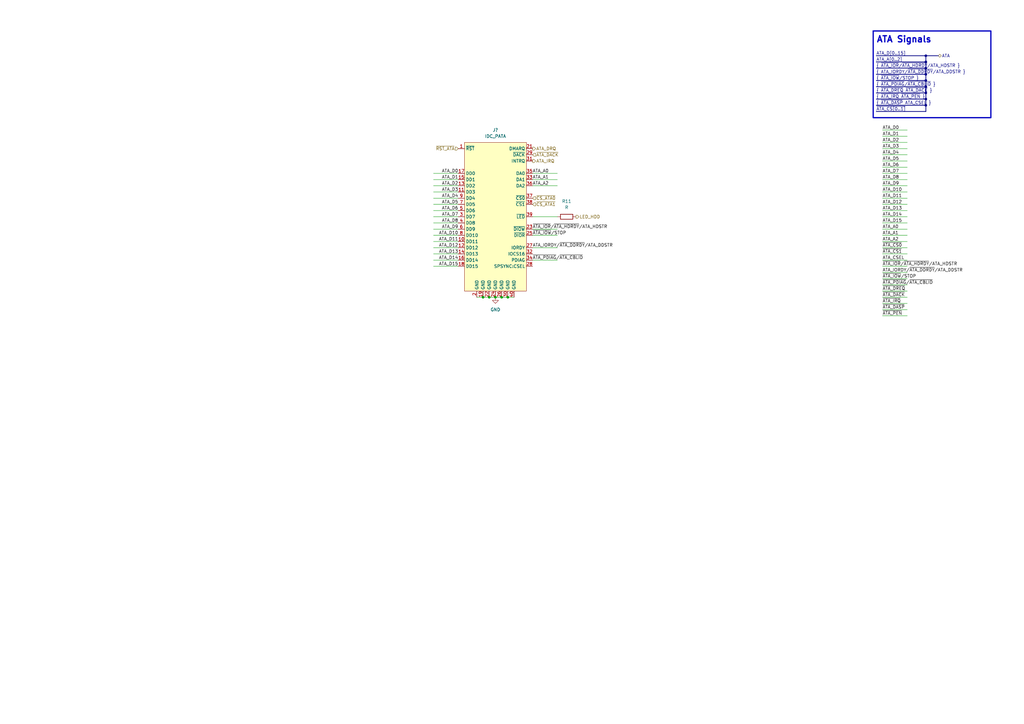
<source format=kicad_sch>
(kicad_sch (version 20230121) (generator eeschema)
  (paper "A3")
  (lib_symbols
    (symbol "Device:R" (pin_numbers hide) (pin_names (offset 0))
      (property "Reference" "R" (at 2.032 0 90))
      (property "Value" "R" (at 0 0 90))
      (symbol "R_0_1"
        (rectangle (start -1.016 -2.54) (end 1.016 2.54) (stroke (width 0.254)))
      )
      (symbol "R_1_1"
        (pin passive line (at 0 3.81 270) (length 1.27) (name "~") (number "1"))
        (pin passive line (at 0 -3.81 90) (length 1.27) (name "~") (number "2"))
      )
    )
    (symbol "IDC_SpecialPurpose:IDC_PATA"
      (property "Reference" "J" (at 0 31.75 0))
      (property "Value" "IDC_PATA" (at 0 0 0))
      (symbol "IDC_PATA_1_1"
        (rectangle (start -12.7 30.48) (end 12.7 -30.48) (fill (type background)))
        (pin bidirectional line (at -15.24 27.94 0) (length 2.54) (name "~{RST}") (number "1"))
        (pin bidirectional line (at -15.24 -10.16 0) (length 2.54) (name "DD11") (number "10"))
        (pin bidirectional line (at -15.24 10.16 0) (length 2.54) (name "DD3") (number "11"))
        (pin bidirectional line (at -15.24 -12.7 0) (length 2.54) (name "DD12") (number "12"))
        (pin bidirectional line (at -15.24 12.7 0) (length 2.54) (name "DD2") (number "13"))
        (pin bidirectional line (at -15.24 -15.24 0) (length 2.54) (name "DD13") (number "14"))
        (pin bidirectional line (at -15.24 15.24 0) (length 2.54) (name "DD1") (number "15"))
        (pin bidirectional line (at -15.24 -17.78 0) (length 2.54) (name "DD14") (number "16"))
        (pin bidirectional line (at -15.24 17.78 0) (length 2.54) (name "DD0") (number "17"))
        (pin bidirectional line (at -15.24 -20.32 0) (length 2.54) (name "DD15") (number "18"))
        (pin power_in line (at -5.08 -33.02 90) (length 2.54) (name "GND") (number "19"))
        (pin power_in line (at -7.62 -33.02 90) (length 2.54) (name "GND") (number "2"))
        (pin output line (at 15.24 27.94 180) (length 2.54) (name "DMARQ") (number "21"))
        (pin power_in line (at -2.54 -33.02 90) (length 2.54) (name "GND") (number "22"))
        (pin input line (at 15.24 -5.08 180) (length 2.54) (name "~{DIOW}") (number "23"))
        (pin power_in line (at 0 -33.02 90) (length 2.54) (name "GND") (number "24"))
        (pin input line (at 15.24 -7.62 180) (length 2.54) (name "~{DIOR}") (number "25"))
        (pin power_in line (at 2.54 -33.02 90) (length 2.54) (name "GND") (number "26"))
        (pin output line (at 15.24 -12.7 180) (length 2.54) (name "IORDY") (number "27"))
        (pin output line (at 15.24 -20.32 180) (length 2.54) (name "SPSYNC:CSEL") (number "28"))
        (pin output line (at 15.24 25.4 180) (length 2.54) (name "~{DACK}") (number "29"))
        (pin bidirectional line (at -15.24 0 0) (length 2.54) (name "DD7") (number "3"))
        (pin power_in line (at 5.08 -33.02 90) (length 2.54) (name "GND") (number "30"))
        (pin output line (at 15.24 22.86 180) (length 2.54) (name "INTRQ") (number "31"))
        (pin output line (at 15.24 -15.24 180) (length 2.54) (name "IOCS16") (number "32"))
        (pin input line (at 15.24 15.24 180) (length 2.54) (name "DA1") (number "33"))
        (pin output line (at 15.24 -17.78 180) (length 2.54) (name "PDIAG") (number "34"))
        (pin input line (at 15.24 17.78 180) (length 2.54) (name "DA0") (number "35"))
        (pin input line (at 15.24 12.7 180) (length 2.54) (name "DA2") (number "36"))
        (pin input line (at 15.24 7.62 180) (length 2.54) (name "~{CS0}") (number "37"))
        (pin input line (at 15.24 5.08 180) (length 2.54) (name "~{CS1}") (number "38"))
        (pin output line (at 15.24 0 180) (length 2.54) (name "~{LED}") (number "39"))
        (pin bidirectional line (at -15.24 -2.54 0) (length 2.54) (name "DD8") (number "4"))
        (pin power_in line (at 7.62 -33.02 90) (length 2.54) (name "GND") (number "40"))
        (pin bidirectional line (at -15.24 2.54 0) (length 2.54) (name "DD6") (number "5"))
        (pin bidirectional line (at -15.24 -5.08 0) (length 2.54) (name "DD9") (number "6"))
        (pin bidirectional line (at -15.24 5.08 0) (length 2.54) (name "DD5") (number "7"))
        (pin bidirectional line (at -15.24 -7.62 0) (length 2.54) (name "DD10") (number "8"))
        (pin bidirectional line (at -15.24 7.62 0) (length 2.54) (name "DD4") (number "9"))
      )
    )
    (symbol "power:GND" (power) (pin_names (offset 0))
      (property "Value" "GND" (at 0 -3.81 0))
      (symbol "GND_0_1"
        (polyline (pts (xy 0 0) (xy 0 -1.27) (xy 1.27 -1.27) (xy 0 -2.54) (xy -1.27 -1.27) (xy 0 -1.27)))
      )
      (symbol "GND_1_1"
        (pin power_in line (at 0 0 270) (length 0) hide (name "GND") (number "1"))
      )
    )
  )
  (junction (at 379.73 22.86))
  (junction (at 208.28 121.92))
  (junction (at 379.73 25.4))
  (junction (at 379.73 27.94))
  (junction (at 379.73 43.18))
  (junction (at 200.66 121.92))
  (junction (at 205.74 121.92))
  (junction (at 379.73 30.48))
  (junction (at 198.12 121.92))
  (junction (at 203.2 121.92))
  (junction (at 379.73 38.1))
  (junction (at 379.73 33.02))
  (junction (at 379.73 40.64))
  (junction (at 379.73 35.56))
  (bus (pts (xy 379.73 45.72) (xy 379.73 43.18)))
  (wire (pts (xy 372.11 121.92) (xy 361.95 121.92)))
  (wire (pts (xy 198.12 121.92) (xy 200.66 121.92)))
  (wire (pts (xy 372.11 88.9) (xy 361.95 88.9)))
  (wire (pts (xy 177.8 109.22) (xy 187.96 109.22)))
  (wire (pts (xy 228.6 96.52) (xy 218.44 96.52)))
  (wire (pts (xy 372.11 114.3) (xy 361.95 114.3)))
  (wire (pts (xy 177.8 86.36) (xy 187.96 86.36)))
  (wire (pts (xy 177.8 76.2) (xy 187.96 76.2)))
  (wire (pts (xy 372.11 124.46) (xy 361.95 124.46)))
  (bus (pts (xy 379.73 30.48) (xy 379.73 27.94)))
  (wire (pts (xy 372.11 73.66) (xy 361.95 73.66)))
  (bus (pts (xy 359.41 40.64) (xy 379.73 40.64)))
  (wire (pts (xy 228.6 88.9) (xy 218.44 88.9)))
  (bus (pts (xy 379.73 33.02) (xy 379.73 30.48)))
  (wire (pts (xy 228.6 76.2) (xy 218.44 76.2)))
  (wire (pts (xy 372.11 68.58) (xy 361.95 68.58)))
  (bus (pts (xy 359.41 35.56) (xy 379.73 35.56)))
  (wire (pts (xy 177.8 71.12) (xy 187.96 71.12)))
  (bus (pts (xy 359.41 25.4) (xy 379.73 25.4)))
  (wire (pts (xy 372.11 104.14) (xy 361.95 104.14)))
  (wire (pts (xy 372.11 66.04) (xy 361.95 66.04)))
  (wire (pts (xy 177.8 73.66) (xy 187.96 73.66)))
  (bus (pts (xy 379.73 27.94) (xy 379.73 25.4)))
  (wire (pts (xy 177.8 88.9) (xy 187.96 88.9)))
  (wire (pts (xy 372.11 109.22) (xy 361.95 109.22)))
  (wire (pts (xy 177.8 78.74) (xy 187.96 78.74)))
  (wire (pts (xy 372.11 60.96) (xy 361.95 60.96)))
  (wire (pts (xy 372.11 91.44) (xy 361.95 91.44)))
  (wire (pts (xy 177.8 81.28) (xy 187.96 81.28)))
  (bus (pts (xy 379.73 25.4) (xy 379.73 22.86)))
  (wire (pts (xy 177.8 91.44) (xy 187.96 91.44)))
  (bus (pts (xy 359.41 38.1) (xy 379.73 38.1)))
  (bus (pts (xy 379.73 43.18) (xy 379.73 40.64)))
  (wire (pts (xy 177.8 83.82) (xy 187.96 83.82)))
  (wire (pts (xy 372.11 86.36) (xy 361.95 86.36)))
  (wire (pts (xy 203.2 121.92) (xy 205.74 121.92)))
  (wire (pts (xy 205.74 121.92) (xy 208.28 121.92)))
  (wire (pts (xy 177.8 101.6) (xy 187.96 101.6)))
  (wire (pts (xy 200.66 121.92) (xy 203.2 121.92)))
  (wire (pts (xy 208.28 121.92) (xy 210.82 121.92)))
  (bus (pts (xy 359.41 45.72) (xy 379.73 45.72)))
  (wire (pts (xy 372.11 96.52) (xy 361.95 96.52)))
  (wire (pts (xy 177.8 104.14) (xy 187.96 104.14)))
  (bus (pts (xy 359.41 43.18) (xy 379.73 43.18)))
  (wire (pts (xy 195.58 121.92) (xy 198.12 121.92)))
  (bus (pts (xy 359.41 22.86) (xy 379.73 22.86)))
  (bus (pts (xy 379.73 22.86) (xy 384.81 22.86)))
  (bus (pts (xy 359.41 30.48) (xy 379.73 30.48)))
  (wire (pts (xy 228.6 101.6) (xy 218.44 101.6)))
  (bus (pts (xy 359.41 33.02) (xy 379.73 33.02)))
  (wire (pts (xy 372.11 58.42) (xy 361.95 58.42)))
  (wire (pts (xy 372.11 101.6) (xy 361.95 101.6)))
  (wire (pts (xy 372.11 78.74) (xy 361.95 78.74)))
  (wire (pts (xy 372.11 71.12) (xy 361.95 71.12)))
  (wire (pts (xy 372.11 106.68) (xy 361.95 106.68)))
  (wire (pts (xy 372.11 111.76) (xy 361.95 111.76)))
  (bus (pts (xy 379.73 38.1) (xy 379.73 35.56)))
  (wire (pts (xy 372.11 76.2) (xy 361.95 76.2)))
  (wire (pts (xy 228.6 73.66) (xy 218.44 73.66)))
  (wire (pts (xy 372.11 83.82) (xy 361.95 83.82)))
  (wire (pts (xy 228.6 71.12) (xy 218.44 71.12)))
  (wire (pts (xy 177.8 96.52) (xy 187.96 96.52)))
  (wire (pts (xy 372.11 119.38) (xy 361.95 119.38)))
  (wire (pts (xy 372.11 53.34) (xy 361.95 53.34)))
  (wire (pts (xy 228.6 106.68) (xy 218.44 106.68)))
  (wire (pts (xy 372.11 81.28) (xy 361.95 81.28)))
  (wire (pts (xy 372.11 93.98) (xy 361.95 93.98)))
  (wire (pts (xy 177.8 93.98) (xy 187.96 93.98)))
  (bus (pts (xy 359.41 27.94) (xy 379.73 27.94)))
  (wire (pts (xy 372.11 116.84) (xy 361.95 116.84)))
  (wire (pts (xy 372.11 63.5) (xy 361.95 63.5)))
  (wire (pts (xy 372.11 129.54) (xy 361.95 129.54)))
  (wire (pts (xy 177.8 99.06) (xy 187.96 99.06)))
  (wire (pts (xy 177.8 106.68) (xy 187.96 106.68)))
  (wire (pts (xy 372.11 55.88) (xy 361.95 55.88)))
  (wire (pts (xy 228.6 93.98) (xy 218.44 93.98)))
  (bus (pts (xy 379.73 35.56) (xy 379.73 33.02)))
  (wire (pts (xy 372.11 127) (xy 361.95 127)))
  (bus (pts (xy 379.73 40.64) (xy 379.73 38.1)))
  (wire (pts (xy 372.11 99.06) (xy 361.95 99.06)))
  (rectangle (start 358.14 12.7) (end 406.4 48.26) (stroke (width 0.508)))
  (text "ATA Signals" (at 359.41 17.78 0) (effects (font (size 2.54 2.54) (thickness 0.508) bold) (justify left bottom)))
  (label "ATA_D10" (at 361.95 78.74 0))
  (label "ATA_A[0..2]" (at 359.41 25.4 0))
  (label "ATA_D[0..15]" (at 359.41 22.86 0))
  (label "ATA_A1" (at 361.95 96.52 0))
  (label "~{ATA_DREQ}" (at 361.95 119.38 0))
  (label "~{ATA_CS[0..1]}" (at 359.41 45.72 0))
  (label "ATA_D7" (at 187.96 88.9 180))
  (label "{ ~{ATA_PDIAG}{slash}~{ATA_CBLID} }" (at 359.41 35.56 0))
  (label "ATA_D13" (at 361.95 86.36 0))
  (label "ATA_CSEL" (at 361.95 106.68 0))
  (label "ATA_A1" (at 218.44 73.66 0))
  (label "ATA_D6" (at 187.96 86.36 180))
  (label "ATA_D11" (at 187.96 99.06 180))
  (label "{ ATA_IORDY{slash}~{ATA_DDRDY}{slash}ATA_DDSTR }" (at 359.41 30.48 0))
  (label "ATA_D4" (at 187.96 81.28 180))
  (label "ATA_IORDY{slash}~{ATA_DDRDY}{slash}ATA_DDSTR" (at 218.44 101.6 0))
  (label "ATA_A2" (at 361.95 99.06 0))
  (label "ATA_A0" (at 218.44 71.12 0))
  (label "ATA_D12" (at 361.95 83.82 0))
  (label "ATA_D0" (at 187.96 71.12 180))
  (label "~{ATA_IOR}{slash}~{ATA_HDRDY}{slash}ATA_HDSTR" (at 361.95 109.22 0))
  (label "ATA_D12" (at 187.96 101.6 180))
  (label "ATA_D11" (at 361.95 81.28 0))
  (label "~{ATA_DACK}" (at 361.95 121.92 0))
  (label "ATA_D2" (at 187.96 76.2 180))
  (label "ATA_D15" (at 361.95 91.44 0))
  (label "{ ~{ATA_DASP} ATA_CSEL }" (at 359.41 43.18 0))
  (label "{ ~{ATA_DREQ} ~{ATA_DACK} }" (at 359.41 38.1 0))
  (label "~{ATA_CS1}" (at 361.95 104.14 0))
  (label "ATA_D9" (at 187.96 93.98 180))
  (label "ATA_A0" (at 361.95 93.98 0))
  (label "ATA_D4" (at 361.95 63.5 0))
  (label "ATA_D15" (at 187.96 109.22 180))
  (label "ATA_D3" (at 187.96 78.74 180))
  (label "ATA_D9" (at 361.95 76.2 0))
  (label "~{ATA_DASP}" (at 361.95 127 0))
  (label "~{ATA_IOW}{slash}STOP" (at 361.95 114.3 0))
  (label "{ ~{ATA_IOW}{slash}STOP }" (at 359.41 33.02 0))
  (label "ATA_D1" (at 187.96 73.66 180))
  (label "ATA_D10" (at 187.96 96.52 180))
  (label "~{ATA_PDIAG}{slash}~{ATA_CBLID}" (at 218.44 106.68 0))
  (label "ATA_D1" (at 361.95 55.88 0))
  (label "ATA_D3" (at 361.95 60.96 0))
  (label "~{ATA_IOW}{slash}STOP" (at 218.44 96.52 0))
  (label "~{ATA_IOR}{slash}~{ATA_HDRDY}{slash}ATA_HDSTR" (at 218.44 93.98 0))
  (label "~{ATA_IRQ}" (at 361.95 124.46 0))
  (label "ATA_D14" (at 187.96 106.68 180))
  (label "~{ATA_CS0}" (at 361.95 101.6 0))
  (label "ATA_A2" (at 218.44 76.2 0))
  (label "ATA_D14" (at 361.95 88.9 0))
  (label "ATA_D6" (at 361.95 68.58 0))
  (label "ATA_D8" (at 187.96 91.44 180))
  (label "~{ATA_PEN}" (at 361.95 129.54 0))
  (label "ATA_D5" (at 187.96 83.82 180))
  (label "ATA_D5" (at 361.95 66.04 0))
  (label "ATA_D0" (at 361.95 53.34 0))
  (label "{ ~{ATA_IRQ} ~{ATA_PEN} }" (at 359.41 40.64 0))
  (label "ATA_D8" (at 361.95 73.66 0))
  (label "~{ATA_PDIAG}{slash}~{ATA_CBLID}" (at 361.95 116.84 0))
  (label "ATA_D13" (at 187.96 104.14 180))
  (label "ATA_D2" (at 361.95 58.42 0))
  (label "ATA_IORDY{slash}~{ATA_DDRDY}{slash}ATA_DDSTR" (at 361.95 111.76 0))
  (label "{ ~{ATA_IOR}{slash}~{ATA_HDRDY}{slash}ATA_HDSTR }" (at 359.41 27.94 0))
  (label "ATA_D7" (at 361.95 71.12 0))
  (hierarchical_label "~{RST_ATA}" (shape input) (at 187.96 60.96 180))
  (hierarchical_label "LED_HDD" (shape output) (at 236.22 88.9 0))
  (hierarchical_label "~{CS_ATA0}" (shape input) (at 218.44 81.28 0))
  (hierarchical_label "ATA_DRQ" (shape output) (at 218.44 60.96 0))
  (hierarchical_label "ATA" (shape bidirectional) (at 384.81 22.86 0))
  (hierarchical_label "ATA_IRQ" (shape output) (at 218.44 66.04 0))
  (hierarchical_label "~{CS_ATA1}" (shape input) (at 218.44 83.82 0))
  (hierarchical_label "~{ATA_DACK}" (shape input) (at 218.44 63.5 0))
  (symbol (lib_id "power:GND") (at 203.2 121.92 0) (unit 1)
    (property "Reference" "#PWR?" (effects hide))
    (property "Value" "GND" (at 203.2 127 0))
    (instances (project "m68k-hbc" (path "" (reference "#PWR?") (unit 1)) (path "" (reference "#PWR0173") (unit 1))))
  )
  (symbol (lib_id "IDC_SpecialPurpose:IDC_PATA") (at 203.2 88.9 0) (unit 1)
    (property "Reference" "J?" (at 203.2 53.34 0))
    (property "Value" "IDC_PATA" (at 203.2 55.88 0))
    (property "Footprint" "Connector_IDC:IDC-Header_2x20_P2.54mm_Vertical" (effects hide))
    (instances (project "m68k-hbc" (path "" (reference "J?") (unit 1)) (path "" (reference "J15") (unit 1))))
  )
  (symbol (lib_id "Device:R") (at 232.41 88.9 90) (unit 1)
    (property "Reference" "R11" (at 232.41 82.55 90))
    (property "Value" "R" (at 232.41 85.09 90))
    (property "Footprint" "Resistor_SMD:R_0603_1608Metric_Pad0.98x0.95mm_HandSolder" (effects hide))
    (instances (project "m68k-hbc" (path "" (reference "R11") (unit 1)) (path "" (reference "R9") (unit 1))))
  )
)
</source>
